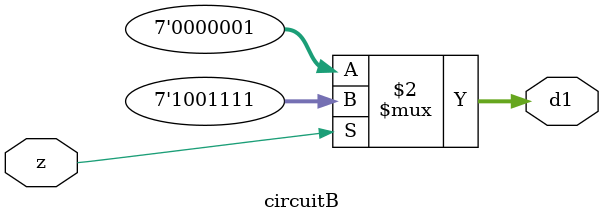
<source format=v>
module circuitB(z, d1);

	input z;
	output [0:6] d1;
	
	assign d1 = (z == 1) ? 7'b1001111 : 7'b0000001;

endmodule

</source>
